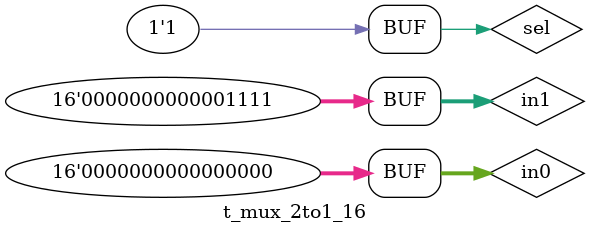
<source format=v>

module mux_2to1_16(in0, in1, sel, out);
input [15:0] in0, in1;
input sel;
output [15:0] out;

assign out = sel ? in1 : in0;
endmodule

//2 to 1 mux, 4 bit
//Uses: PC in selector, data memory output selector, alu input 2 selector
module mux_2to1_4(in0, in1, sel, out);
input [3:0] in0, in1;
input sel;
output [3:0] out;

assign out = sel ? in1 : in0;
endmodule

module t_mux_2to1_16();
reg [15:0] in0, in1;
reg sel;
wire [15:0] out;

mux_2to1_16 uut(.in0(in0), .in1(in1), .sel(sel), .out(out));
initial $monitor("in0:%d, in1:%d, sel:%b, out:%d", in0, in1, sel, out);
initial begin
in0 = 16'd0;
in1 = 16'd15;
sel = 1'b0;
#5;
sel = 1'b1;
#5;
end
endmodule

</source>
